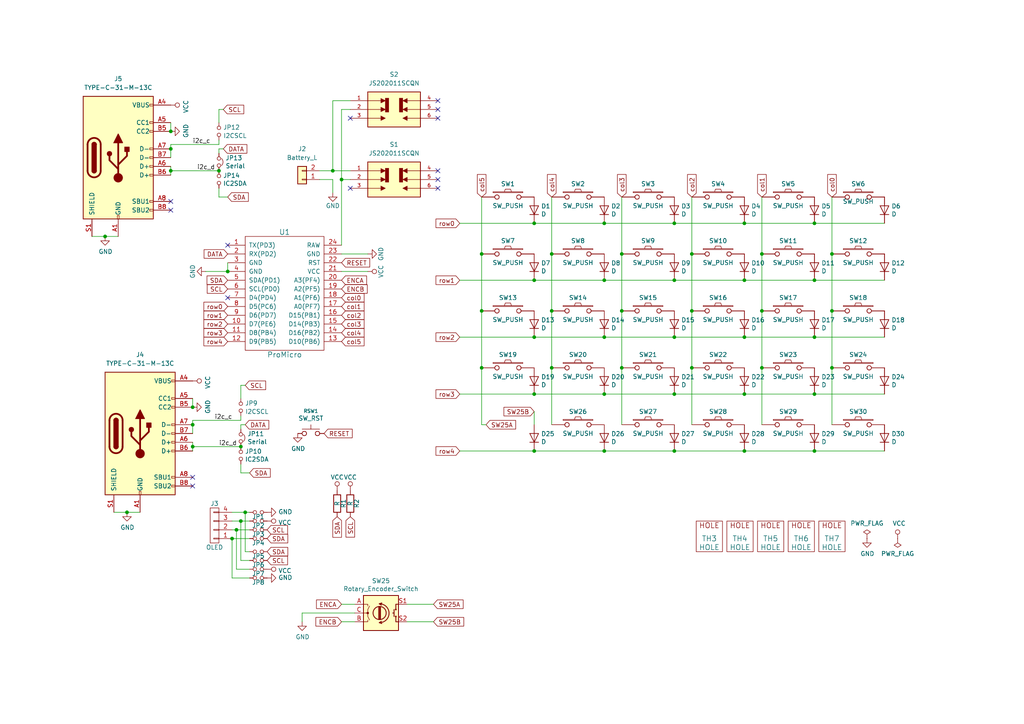
<source format=kicad_sch>
(kicad_sch (version 20250114) (generator "eeschema") (generator_version "9.0")
  (paper "A4")
  (junction (at 55.88 118.11))
  (junction (at 200.66 106.68))
  (junction (at 220.98 73.66))
  (junction (at 241.3 73.66))
  (junction (at 55.88 129.54))
  (junction (at 67.31 156.21))
  (junction (at 63.5 49.53))
  (junction (at 49.53 43.18))
  (junction (at 66.04 78.74))
  (junction (at 154.94 64.77))
  (junction (at 215.9 114.3))
  (junction (at 241.3 90.17))
  (junction (at 30.48 68.58))
  (junction (at 195.58 130.81))
  (junction (at 195.58 97.79))
  (junction (at 154.94 114.3))
  (junction (at 236.22 114.3))
  (junction (at 241.3 106.68))
  (junction (at 71.12 148.59))
  (junction (at 55.88 123.19))
  (junction (at 96.52 49.53))
  (junction (at 236.22 81.28))
  (junction (at 175.26 81.28))
  (junction (at 215.9 97.79))
  (junction (at 195.58 81.28))
  (junction (at 175.26 114.3))
  (junction (at 175.26 64.77))
  (junction (at 175.26 97.79))
  (junction (at 139.7 73.66))
  (junction (at 154.94 81.28))
  (junction (at 215.9 64.77))
  (junction (at 99.06 52.07))
  (junction (at 180.34 73.66))
  (junction (at 49.53 49.53))
  (junction (at 36.83 148.59))
  (junction (at 200.66 90.17))
  (junction (at 220.98 106.68))
  (junction (at 139.7 106.68))
  (junction (at 49.53 38.1))
  (junction (at 154.94 130.81))
  (junction (at 236.22 64.77))
  (junction (at 154.94 97.79))
  (junction (at 195.58 64.77))
  (junction (at 160.02 73.66))
  (junction (at 160.02 106.68))
  (junction (at 195.58 114.3))
  (junction (at 236.22 97.79))
  (junction (at 69.85 151.13))
  (junction (at 69.85 129.54))
  (junction (at 160.02 90.17))
  (junction (at 215.9 81.28))
  (junction (at 139.7 90.17))
  (junction (at 215.9 130.81))
  (junction (at 175.26 130.81))
  (junction (at 180.34 106.68))
  (junction (at 220.98 90.17))
  (junction (at 180.34 90.17))
  (junction (at 68.58 153.67))
  (junction (at 236.22 130.81))
  (junction (at 200.66 73.66))
  (no_connect (at 66.04 71.12))
  (no_connect (at 55.88 140.97))
  (no_connect (at 49.53 60.96))
  (no_connect (at 127 31.75))
  (no_connect (at 127 54.61))
  (no_connect (at 127 49.53))
  (no_connect (at 55.88 138.43))
  (no_connect (at 101.6 34.29))
  (no_connect (at 127 34.29))
  (no_connect (at 66.04 86.36))
  (no_connect (at 127 29.21))
  (no_connect (at 127 52.07))
  (no_connect (at 49.53 58.42))
  (no_connect (at 101.6 54.61))
  (wire (pts (xy 99.06 52.07) (xy 99.06 71.12)))
  (wire (pts (xy 96.52 29.21) (xy 96.52 49.53)))
  (wire (pts (xy 49.53 41.91) (xy 49.53 43.18)))
  (wire (pts (xy 69.85 134.62) (xy 69.85 137.16)))
  (wire (pts (xy 215.9 97.79) (xy 236.22 97.79)))
  (wire (pts (xy 195.58 97.79) (xy 215.9 97.79)))
  (wire (pts (xy 236.22 64.77) (xy 256.54 64.77)))
  (wire (pts (xy 175.26 130.81) (xy 195.58 130.81)))
  (wire (pts (xy 33.02 148.59) (xy 36.83 148.59)))
  (wire (pts (xy 139.7 123.19) (xy 140.97 123.19)))
  (wire (pts (xy 195.58 81.28) (xy 215.9 81.28)))
  (wire (pts (xy 236.22 130.81) (xy 256.54 130.81)))
  (wire (pts (xy 101.6 52.07) (xy 99.06 52.07)))
  (wire (pts (xy 154.94 97.79) (xy 133.35 97.79)))
  (wire (pts (xy 180.34 90.17) (xy 180.34 106.68)))
  (wire (pts (xy 99.06 31.75) (xy 99.06 52.07)))
  (wire (pts (xy 87.63 177.8) (xy 87.63 180.34)))
  (wire (pts (xy 36.83 148.59) (xy 40.64 148.59)))
  (wire (pts (xy 99.06 175.26) (xy 102.87 175.26)))
  (wire (pts (xy 175.26 114.3) (xy 195.58 114.3)))
  (wire (pts (xy 133.35 130.81) (xy 154.94 130.81)))
  (wire (pts (xy 241.3 90.17) (xy 241.3 73.66)))
  (wire (pts (xy 160.02 106.68) (xy 160.02 123.19)))
  (wire (pts (xy 69.85 123.19) (xy 71.12 123.19)))
  (wire (pts (xy 63.5 54.61) (xy 63.5 57.15)))
  (wire (pts (xy 63.5 44.45) (xy 63.5 43.18)))
  (wire (pts (xy 71.12 148.59) (xy 71.12 160.02)))
  (wire (pts (xy 102.87 177.8) (xy 87.63 177.8)))
  (wire (pts (xy 68.58 153.67) (xy 68.58 165.1)))
  (wire (pts (xy 69.85 151.13) (xy 69.85 162.56)))
  (wire (pts (xy 63.5 43.18) (xy 64.77 43.18)))
  (wire (pts (xy 49.53 35.56) (xy 49.53 38.1)))
  (wire (pts (xy 92.71 52.07) (xy 96.52 52.07)))
  (wire (pts (xy 139.7 90.17) (xy 139.7 106.68)))
  (wire (pts (xy 220.98 57.15) (xy 220.98 73.66)))
  (wire (pts (xy 69.85 121.92) (xy 69.85 120.65)))
  (wire (pts (xy 236.22 81.28) (xy 256.54 81.28)))
  (wire (pts (xy 55.88 123.19) (xy 55.88 125.73)))
  (wire (pts (xy 67.31 148.59) (xy 71.12 148.59)))
  (wire (pts (xy 67.31 151.13) (xy 69.85 151.13)))
  (wire (pts (xy 49.53 49.53) (xy 49.53 50.8)))
  (wire (pts (xy 69.85 111.76) (xy 69.85 115.57)))
  (wire (pts (xy 139.7 73.66) (xy 139.7 90.17)))
  (wire (pts (xy 67.31 167.64) (xy 72.39 167.64)))
  (wire (pts (xy 69.85 121.92) (xy 55.88 121.92)))
  (wire (pts (xy 154.94 64.77) (xy 133.35 64.77)))
  (wire (pts (xy 175.26 114.3) (xy 154.94 114.3)))
  (wire (pts (xy 160.02 57.15) (xy 160.02 73.66)))
  (wire (pts (xy 30.48 68.58) (xy 34.29 68.58)))
  (wire (pts (xy 180.34 73.66) (xy 180.34 90.17)))
  (wire (pts (xy 175.26 97.79) (xy 154.94 97.79)))
  (wire (pts (xy 200.66 90.17) (xy 200.66 106.68)))
  (wire (pts (xy 200.66 106.68) (xy 200.66 123.19)))
  (wire (pts (xy 160.02 73.66) (xy 160.02 90.17)))
  (wire (pts (xy 67.31 153.67) (xy 68.58 153.67)))
  (wire (pts (xy 118.11 175.26) (xy 125.73 175.26)))
  (wire (pts (xy 118.11 180.34) (xy 125.73 180.34)))
  (wire (pts (xy 200.66 73.66) (xy 200.66 90.17)))
  (wire (pts (xy 69.85 111.76) (xy 71.12 111.76)))
  (wire (pts (xy 195.58 114.3) (xy 215.9 114.3)))
  (wire (pts (xy 154.94 114.3) (xy 133.35 114.3)))
  (wire (pts (xy 55.88 128.27) (xy 55.88 129.54)))
  (wire (pts (xy 63.5 57.15) (xy 66.04 57.15)))
  (wire (pts (xy 180.34 57.15) (xy 180.34 73.66)))
  (wire (pts (xy 154.94 81.28) (xy 133.35 81.28)))
  (wire (pts (xy 241.3 106.68) (xy 241.3 123.19)))
  (wire (pts (xy 101.6 29.21) (xy 96.52 29.21)))
  (wire (pts (xy 55.88 129.54) (xy 55.88 130.81)))
  (wire (pts (xy 68.58 165.1) (xy 72.39 165.1)))
  (wire (pts (xy 69.85 162.56) (xy 72.39 162.56)))
  (wire (pts (xy 236.22 114.3) (xy 256.54 114.3)))
  (wire (pts (xy 175.26 81.28) (xy 154.94 81.28)))
  (wire (pts (xy 241.3 90.17) (xy 241.3 106.68)))
  (wire (pts (xy 215.9 130.81) (xy 236.22 130.81)))
  (wire (pts (xy 49.53 49.53) (xy 63.5 49.53)))
  (wire (pts (xy 154.94 119.38) (xy 154.94 123.19)))
  (wire (pts (xy 175.26 81.28) (xy 195.58 81.28)))
  (wire (pts (xy 99.06 180.34) (xy 102.87 180.34)))
  (wire (pts (xy 236.22 64.77) (xy 215.9 64.77)))
  (wire (pts (xy 55.88 129.54) (xy 69.85 129.54)))
  (wire (pts (xy 72.39 156.21) (xy 67.31 156.21)))
  (wire (pts (xy 96.52 49.53) (xy 101.6 49.53)))
  (wire (pts (xy 68.58 153.67) (xy 72.39 153.67)))
  (wire (pts (xy 101.6 31.75) (xy 99.06 31.75)))
  (wire (pts (xy 49.53 43.18) (xy 49.53 45.72)))
  (wire (pts (xy 63.5 41.91) (xy 49.53 41.91)))
  (wire (pts (xy 69.85 151.13) (xy 72.39 151.13)))
  (wire (pts (xy 139.7 57.15) (xy 139.7 73.66)))
  (wire (pts (xy 55.88 121.92) (xy 55.88 123.19)))
  (wire (pts (xy 63.5 31.75) (xy 64.77 31.75)))
  (wire (pts (xy 66.04 78.74) (xy 59.69 78.74)))
  (wire (pts (xy 55.88 115.57) (xy 55.88 118.11)))
  (wire (pts (xy 175.26 64.77) (xy 195.58 64.77)))
  (wire (pts (xy 220.98 106.68) (xy 220.98 123.19)))
  (wire (pts (xy 99.06 78.74) (xy 106.68 78.74)))
  (wire (pts (xy 69.85 124.46) (xy 69.85 123.19)))
  (wire (pts (xy 92.71 49.53) (xy 96.52 49.53)))
  (wire (pts (xy 26.67 68.58) (xy 30.48 68.58)))
  (wire (pts (xy 63.5 31.75) (xy 63.5 35.56)))
  (wire (pts (xy 220.98 106.68) (xy 220.98 90.17)))
  (wire (pts (xy 71.12 160.02) (xy 72.39 160.02)))
  (wire (pts (xy 180.34 106.68) (xy 180.34 123.19)))
  (wire (pts (xy 215.9 81.28) (xy 236.22 81.28)))
  (wire (pts (xy 67.31 156.21) (xy 67.31 167.64)))
  (wire (pts (xy 200.66 57.15) (xy 200.66 73.66)))
  (wire (pts (xy 175.26 64.77) (xy 154.94 64.77)))
  (wire (pts (xy 139.7 106.68) (xy 139.7 123.19)))
  (wire (pts (xy 160.02 90.17) (xy 160.02 106.68)))
  (wire (pts (xy 195.58 130.81) (xy 215.9 130.81)))
  (wire (pts (xy 49.53 48.26) (xy 49.53 49.53)))
  (wire (pts (xy 63.5 41.91) (xy 63.5 40.64)))
  (wire (pts (xy 99.06 73.66) (xy 106.68 73.66)))
  (wire (pts (xy 241.3 73.66) (xy 241.3 57.15)))
  (wire (pts (xy 69.85 137.16) (xy 72.39 137.16)))
  (wire (pts (xy 71.12 148.59) (xy 72.39 148.59)))
  (wire (pts (xy 236.22 97.79) (xy 256.54 97.79)))
  (wire (pts (xy 215.9 114.3) (xy 236.22 114.3)))
  (wire (pts (xy 66.04 76.2) (xy 66.04 78.74)))
  (wire (pts (xy 175.26 97.79) (xy 195.58 97.79)))
  (wire (pts (xy 154.94 130.81) (xy 175.26 130.81)))
  (wire (pts (xy 96.52 52.07) (xy 96.52 55.88)))
  (wire (pts (xy 220.98 73.66) (xy 220.98 90.17)))
  (wire (pts (xy 195.58 64.77) (xy 215.9 64.77)))
  (label "i2c_d" (at 57.15 49.53 0))
  (label "i2c_d" (at 63.5 129.54 0))
  (label "i2c_c" (at 55.88 41.91 0))
  (label "i2c_c" (at 62.23 121.92 0))
  (global_label "col1" (shape input) (at 99.06 88.9 0) (property "Intersheetrefs" "${INTERSHEET_REFS}" (effects (hide yes))))
  (global_label "SDA" (shape input) (at 97.79 149.86 270) (property "Intersheetrefs" "${INTERSHEET_REFS}" (effects (hide yes))))
  (global_label "row2" (shape input) (at 66.04 93.98 180) (property "Intersheetrefs" "${INTERSHEET_REFS}" (effects (hide yes))))
  (global_label "col3" (shape input) (at 180.34 57.15 90) (property "Intersheetrefs" "${INTERSHEET_REFS}" (effects (hide yes))))
  (global_label "SCL" (shape input) (at 66.04 83.82 180) (property "Intersheetrefs" "${INTERSHEET_REFS}" (effects (hide yes))))
  (global_label "col0" (shape input) (at 241.3 57.15 90) (property "Intersheetrefs" "${INTERSHEET_REFS}" (effects (hide yes))))
  (global_label "SW25A" (shape input) (at 125.73 175.26 0) (property "Intersheetrefs" "${INTERSHEET_REFS}" (effects (hide yes))))
  (global_label "SDA" (shape input) (at 77.47 160.02 0) (property "Intersheetrefs" "${INTERSHEET_REFS}" (effects (hide yes))))
  (global_label "row4" (shape input) (at 66.04 99.06 180) (property "Intersheetrefs" "${INTERSHEET_REFS}" (effects (hide yes))))
  (global_label "col4" (shape input) (at 160.02 57.15 90) (property "Intersheetrefs" "${INTERSHEET_REFS}" (effects (hide yes))))
  (global_label "SW25A" (shape input) (at 140.97 123.19 0) (property "Intersheetrefs" "${INTERSHEET_REFS}" (effects (hide yes))))
  (global_label "row0" (shape input) (at 133.35 64.77 180) (property "Intersheetrefs" "${INTERSHEET_REFS}" (effects (hide yes))))
  (global_label "ENCB" (shape input) (at 99.06 180.34 180) (property "Intersheetrefs" "${INTERSHEET_REFS}" (effects (hide yes))))
  (global_label "col3" (shape input) (at 99.06 93.98 0) (property "Intersheetrefs" "${INTERSHEET_REFS}" (effects (hide yes))))
  (global_label "col2" (shape input) (at 200.66 57.15 90) (property "Intersheetrefs" "${INTERSHEET_REFS}" (effects (hide yes))))
  (global_label "SW25B" (shape input) (at 154.94 119.38 180) (property "Intersheetrefs" "${INTERSHEET_REFS}" (effects (hide yes))))
  (global_label "DATA" (shape input) (at 71.12 123.19 0) (property "Intersheetrefs" "${INTERSHEET_REFS}" (effects (hide yes))))
  (global_label "col5" (shape input) (at 139.7 57.15 90) (property "Intersheetrefs" "${INTERSHEET_REFS}" (effects (hide yes))))
  (global_label "col1" (shape input) (at 220.98 57.15 90) (property "Intersheetrefs" "${INTERSHEET_REFS}" (effects (hide yes))))
  (global_label "SDA" (shape input) (at 72.39 137.16 0) (property "Intersheetrefs" "${INTERSHEET_REFS}" (effects (hide yes))))
  (global_label "RESET" (shape input) (at 99.06 76.2 0) (property "Intersheetrefs" "${INTERSHEET_REFS}" (effects (hide yes))))
  (global_label "SW25B" (shape input) (at 125.73 180.34 0) (property "Intersheetrefs" "${INTERSHEET_REFS}" (effects (hide yes))))
  (global_label "SCL" (shape input) (at 71.12 111.76 0) (property "Intersheetrefs" "${INTERSHEET_REFS}" (effects (hide yes))))
  (global_label "col5" (shape input) (at 99.06 99.06 0) (property "Intersheetrefs" "${INTERSHEET_REFS}" (effects (hide yes))))
  (global_label "SDA" (shape input) (at 66.04 57.15 0) (property "Intersheetrefs" "${INTERSHEET_REFS}" (effects (hide yes))))
  (global_label "RESET" (shape input) (at 93.98 125.73 0) (property "Intersheetrefs" "${INTERSHEET_REFS}" (effects (hide yes))))
  (global_label "SCL" (shape input) (at 77.47 162.56 0) (property "Intersheetrefs" "${INTERSHEET_REFS}" (effects (hide yes))))
  (global_label "SCL" (shape input) (at 77.47 153.67 0) (property "Intersheetrefs" "${INTERSHEET_REFS}" (effects (hide yes))))
  (global_label "col2" (shape input) (at 99.06 91.44 0) (property "Intersheetrefs" "${INTERSHEET_REFS}" (effects (hide yes))))
  (global_label "row1" (shape input) (at 66.04 91.44 180) (property "Intersheetrefs" "${INTERSHEET_REFS}" (effects (hide yes))))
  (global_label "SCL" (shape input) (at 101.6 149.86 270) (property "Intersheetrefs" "${INTERSHEET_REFS}" (effects (hide yes))))
  (global_label "DATA" (shape input) (at 64.77 43.18 0) (property "Intersheetrefs" "${INTERSHEET_REFS}" (effects (hide yes))))
  (global_label "col0" (shape input) (at 99.06 86.36 0) (property "Intersheetrefs" "${INTERSHEET_REFS}" (effects (hide yes))))
  (global_label "SCL" (shape input) (at 64.77 31.75 0) (property "Intersheetrefs" "${INTERSHEET_REFS}" (effects (hide yes))))
  (global_label "row1" (shape input) (at 133.35 81.28 180) (property "Intersheetrefs" "${INTERSHEET_REFS}" (effects (hide yes))))
  (global_label "row0" (shape input) (at 66.04 88.9 180) (property "Intersheetrefs" "${INTERSHEET_REFS}" (effects (hide yes))))
  (global_label "ENCB" (shape input) (at 99.06 83.82 0) (property "Intersheetrefs" "${INTERSHEET_REFS}" (effects (hide yes))))
  (global_label "row3" (shape input) (at 66.04 96.52 180) (property "Intersheetrefs" "${INTERSHEET_REFS}" (effects (hide yes))))
  (global_label "SDA" (shape input) (at 66.04 81.28 180) (property "Intersheetrefs" "${INTERSHEET_REFS}" (effects (hide yes))))
  (global_label "row2" (shape input) (at 133.35 97.79 180) (property "Intersheetrefs" "${INTERSHEET_REFS}" (effects (hide yes))))
  (global_label "col4" (shape input) (at 99.06 96.52 0) (property "Intersheetrefs" "${INTERSHEET_REFS}" (effects (hide yes))))
  (global_label "row3" (shape input) (at 133.35 114.3 180) (property "Intersheetrefs" "${INTERSHEET_REFS}" (effects (hide yes))))
  (global_label "row4" (shape input) (at 133.35 130.81 180) (property "Intersheetrefs" "${INTERSHEET_REFS}" (effects (hide yes))))
  (global_label "ENCA" (shape input) (at 99.06 175.26 180) (property "Intersheetrefs" "${INTERSHEET_REFS}" (effects (hide yes))))
  (global_label "ENCA" (shape input) (at 99.06 81.28 0) (property "Intersheetrefs" "${INTERSHEET_REFS}" (effects (hide yes))))
  (global_label "SDA" (shape input) (at 77.47 156.21 0) (property "Intersheetrefs" "${INTERSHEET_REFS}" (effects (hide yes))))
  (global_label "DATA" (shape input) (at 66.04 73.66 180) (property "Intersheetrefs" "${INTERSHEET_REFS}" (effects (hide yes))))
  (symbol (lib_id "SofleKeyboard-rescue:ProMicro_2-Lily58-cache-Lily58_Pro-rescue") (at 82.55 85.09 0) (unit 1)
    (property "Reference" "U1" (at 82.55 67.31 0) (effects (font (size 1.524 1.524))))
    (property "Value" "ProMicro" (at 82.55 102.87 0) (effects (font (size 1.524 1.524))))
    (property "Footprint" "SofleKeyboard-footprint:ArduinoProMicro-ZigZag-DoubleSided" (effects (hide yes)))
  )
  (symbol (lib_id "SofleKeyboard-rescue:SW_PUSH-Lily58-cache-Lily58_Pro-rescue") (at 167.64 123.19 0) (unit 1)
    (property "Reference" "SW26" (at 167.64 119.38 0))
    (property "Value" "SW_PUSH" (at 167.64 125.73 0))
    (property "Footprint" "SofleKeyboard-footprint:CherryMX_Hotswap_1.5" (effects (hide yes)))
  )
  (symbol (lib_id "SofleKeyboard-rescue:SW_PUSH-Lily58-cache-Lily58_Pro-rescue") (at 147.32 57.15 0) (unit 1)
    (property "Reference" "SW1" (at 147.32 53.34 0))
    (property "Value" "SW_PUSH" (at 147.32 59.69 0))
    (property "Footprint" "SofleKeyboard-footprint:CherryMX_Hotswap" (effects (hide yes)))
  )
  (symbol (lib_id "SofleKeyboard-rescue:D-Lily58-cache-Lily58_Pro-rescue") (at 154.94 60.96 90) (unit 1)
    (property "Reference" "D1" (at 156.9466 59.7916 90) (effects (justify right)))
    (property "Value" "D" (at 156.9466 62.103 90) (effects (justify right)))
    (property "Footprint" "SofleKeyboard-footprint:Diode_SOD123" (effects (hide yes)))
  )
  (symbol (lib_id "SofleKeyboard-rescue:SW_PUSH-Lily58-cache-Lily58_Pro-rescue") (at 167.64 57.15 0) (unit 1)
    (property "Reference" "SW2" (at 167.64 53.34 0))
    (property "Value" "SW_PUSH" (at 167.64 59.69 0))
    (property "Footprint" "SofleKeyboard-footprint:CherryMX_Hotswap" (effects (hide yes)))
  )
  (symbol (lib_id "SofleKeyboard-rescue:D-Lily58-cache-Lily58_Pro-rescue") (at 175.26 60.96 90) (unit 1)
    (property "Reference" "D2" (at 177.2666 59.7916 90) (effects (justify right)))
    (property "Value" "D" (at 177.2666 62.103 90) (effects (justify right)))
    (property "Footprint" "SofleKeyboard-footprint:Diode_SOD123" (effects (hide yes)))
  )
  (symbol (lib_id "SofleKeyboard-rescue:SW_PUSH-Lily58-cache-Lily58_Pro-rescue") (at 187.96 57.15 0) (unit 1)
    (property "Reference" "SW3" (at 187.96 53.34 0))
    (property "Value" "SW_PUSH" (at 187.96 59.69 0))
    (property "Footprint" "SofleKeyboard-footprint:CherryMX_Hotswap" (effects (hide yes)))
  )
  (symbol (lib_id "SofleKeyboard-rescue:D-Lily58-cache-Lily58_Pro-rescue") (at 195.58 60.96 90) (unit 1)
    (property "Reference" "D3" (at 197.5866 59.7916 90) (effects (justify right)))
    (property "Value" "D" (at 197.5866 62.103 90) (effects (justify right)))
    (property "Footprint" "SofleKeyboard-footprint:Diode_SOD123" (effects (hide yes)))
  )
  (symbol (lib_id "SofleKeyboard-rescue:SW_PUSH-Lily58-cache-Lily58_Pro-rescue") (at 208.28 57.15 0) (unit 1)
    (property "Reference" "SW4" (at 208.28 53.34 0))
    (property "Value" "SW_PUSH" (at 208.28 59.69 0))
    (property "Footprint" "SofleKeyboard-footprint:CherryMX_Hotswap" (effects (hide yes)))
  )
  (symbol (lib_id "SofleKeyboard-rescue:D-Lily58-cache-Lily58_Pro-rescue") (at 215.9 60.96 90) (unit 1)
    (property "Reference" "D4" (at 217.9066 59.7916 90) (effects (justify right)))
    (property "Value" "D" (at 217.9066 62.103 90) (effects (justify right)))
    (property "Footprint" "SofleKeyboard-footprint:Diode_SOD123" (effects (hide yes)))
  )
  (symbol (lib_id "SofleKeyboard-rescue:SW_PUSH-Lily58-cache-Lily58_Pro-rescue") (at 228.6 57.15 0) (unit 1)
    (property "Reference" "SW5" (at 228.6 53.34 0))
    (property "Value" "SW_PUSH" (at 228.6 59.69 0))
    (property "Footprint" "SofleKeyboard-footprint:CherryMX_Hotswap" (effects (hide yes)))
  )
  (symbol (lib_id "SofleKeyboard-rescue:D-Lily58-cache-Lily58_Pro-rescue") (at 236.22 60.96 90) (unit 1)
    (property "Reference" "D5" (at 238.2266 59.7916 90) (effects (justify right)))
    (property "Value" "D" (at 238.2266 62.103 90) (effects (justify right)))
    (property "Footprint" "SofleKeyboard-footprint:Diode_SOD123" (effects (hide yes)))
  )
  (symbol (lib_id "SofleKeyboard-rescue:SW_PUSH-Lily58-cache-Lily58_Pro-rescue") (at 248.92 57.15 0) (unit 1)
    (property "Reference" "SW6" (at 248.92 53.34 0))
    (property "Value" "SW_PUSH" (at 248.92 58.42 0))
    (property "Footprint" "SofleKeyboard-footprint:CherryMX_Hotswap" (effects (hide yes)))
  )
  (symbol (lib_id "SofleKeyboard-rescue:D-Lily58-cache-Lily58_Pro-rescue") (at 256.54 60.96 90) (unit 1)
    (property "Reference" "D6" (at 258.5466 59.7916 90) (effects (justify right)))
    (property "Value" "D" (at 258.5466 62.103 90) (effects (justify right)))
    (property "Footprint" "SofleKeyboard-footprint:Diode_SOD123" (effects (hide yes)))
  )
  (symbol (lib_id "SofleKeyboard-rescue:SW_PUSH-Lily58-cache-Lily58_Pro-rescue") (at 167.64 73.66 0) (unit 1)
    (property "Reference" "SW8" (at 167.64 69.85 0))
    (property "Value" "SW_PUSH" (at 167.64 76.2 0))
    (property "Footprint" "SofleKeyboard-footprint:CherryMX_Hotswap" (effects (hide yes)))
  )
  (symbol (lib_id "SofleKeyboard-rescue:SW_PUSH-Lily58-cache-Lily58_Pro-rescue") (at 187.96 73.66 0) (unit 1)
    (property "Reference" "SW9" (at 187.96 69.85 0))
    (property "Value" "SW_PUSH" (at 187.96 76.2 0))
    (property "Footprint" "SofleKeyboard-footprint:CherryMX_Hotswap" (effects (hide yes)))
  )
  (symbol (lib_id "SofleKeyboard-rescue:SW_PUSH-Lily58-cache-Lily58_Pro-rescue") (at 208.28 73.66 0) (unit 1)
    (property "Reference" "SW10" (at 208.28 69.85 0))
    (property "Value" "SW_PUSH" (at 208.28 76.2 0))
    (property "Footprint" "SofleKeyboard-footprint:CherryMX_Hotswap" (effects (hide yes)))
  )
  (symbol (lib_id "SofleKeyboard-rescue:SW_PUSH-Lily58-cache-Lily58_Pro-rescue") (at 228.6 73.66 0) (unit 1)
    (property "Reference" "SW11" (at 228.6 69.85 0))
    (property "Value" "SW_PUSH" (at 228.6 76.2 0))
    (property "Footprint" "SofleKeyboard-footprint:CherryMX_Hotswap" (effects (hide yes)))
  )
  (symbol (lib_id "SofleKeyboard-rescue:SW_PUSH-Lily58-cache-Lily58_Pro-rescue") (at 248.92 73.66 0) (unit 1)
    (property "Reference" "SW12" (at 248.92 69.85 0))
    (property "Value" "SW_PUSH" (at 248.92 76.2 0))
    (property "Footprint" "SofleKeyboard-footprint:CherryMX_Hotswap" (effects (hide yes)))
  )
  (symbol (lib_id "SofleKeyboard-rescue:SW_PUSH-Lily58-cache-Lily58_Pro-rescue") (at 147.32 73.66 0) (unit 1)
    (property "Reference" "SW7" (at 147.32 69.85 0))
    (property "Value" "SW_PUSH" (at 147.32 76.2 0))
    (property "Footprint" "SofleKeyboard-footprint:CherryMX_Hotswap" (effects (hide yes)))
  )
  (symbol (lib_id "SofleKeyboard-rescue:D-Lily58-cache-Lily58_Pro-rescue") (at 154.94 77.47 90) (unit 1)
    (property "Reference" "D7" (at 156.9466 76.3016 90) (effects (justify right)))
    (property "Value" "D" (at 156.9466 78.613 90) (effects (justify right)))
    (property "Footprint" "SofleKeyboard-footprint:Diode_SOD123" (effects (hide yes)))
  )
  (symbol (lib_id "SofleKeyboard-rescue:D-Lily58-cache-Lily58_Pro-rescue") (at 175.26 77.47 90) (unit 1)
    (property "Reference" "D8" (at 177.2666 76.3016 90) (effects (justify right)))
    (property "Value" "D" (at 177.2666 78.613 90) (effects (justify right)))
    (property "Footprint" "SofleKeyboard-footprint:Diode_SOD123" (effects (hide yes)))
  )
  (symbol (lib_id "SofleKeyboard-rescue:D-Lily58-cache-Lily58_Pro-rescue") (at 195.58 77.47 90) (unit 1)
    (property "Reference" "D9" (at 197.5866 76.3016 90) (effects (justify right)))
    (property "Value" "D" (at 197.5866 78.613 90) (effects (justify right)))
    (property "Footprint" "SofleKeyboard-footprint:Diode_SOD123" (effects (hide yes)))
  )
  (symbol (lib_id "SofleKeyboard-rescue:D-Lily58-cache-Lily58_Pro-rescue") (at 215.9 77.47 90) (unit 1)
    (property "Reference" "D10" (at 217.9066 76.3016 90) (effects (justify right)))
    (property "Value" "D" (at 217.9066 78.613 90) (effects (justify right)))
    (property "Footprint" "SofleKeyboard-footprint:Diode_SOD123" (effects (hide yes)))
  )
  (symbol (lib_id "SofleKeyboard-rescue:D-Lily58-cache-Lily58_Pro-rescue") (at 236.22 77.47 90) (unit 1)
    (property "Reference" "D11" (at 238.2266 76.3016 90) (effects (justify right)))
    (property "Value" "D" (at 238.2266 78.613 90) (effects (justify right)))
    (property "Footprint" "SofleKeyboard-footprint:Diode_SOD123" (effects (hide yes)))
  )
  (symbol (lib_id "SofleKeyboard-rescue:D-Lily58-cache-Lily58_Pro-rescue") (at 256.54 77.47 90) (unit 1)
    (property "Reference" "D12" (at 258.5466 76.3016 90) (effects (justify right)))
    (property "Value" "D" (at 258.5466 78.613 90) (effects (justify right)))
    (property "Footprint" "SofleKeyboard-footprint:Diode_SOD123" (effects (hide yes)))
  )
  (symbol (lib_id "SofleKeyboard-rescue:SW_PUSH-Lily58-cache-Lily58_Pro-rescue") (at 147.32 90.17 0) (unit 1)
    (property "Reference" "SW13" (at 147.32 86.36 0))
    (property "Value" "SW_PUSH" (at 147.32 92.71 0))
    (property "Footprint" "SofleKeyboard-footprint:CherryMX_Hotswap" (effects (hide yes)))
  )
  (symbol (lib_id "SofleKeyboard-rescue:SW_PUSH-Lily58-cache-Lily58_Pro-rescue") (at 167.64 90.17 0) (unit 1)
    (property "Reference" "SW14" (at 167.64 86.36 0))
    (property "Value" "SW_PUSH" (at 167.64 92.71 0))
    (property "Footprint" "SofleKeyboard-footprint:CherryMX_Hotswap" (effects (hide yes)))
  )
  (symbol (lib_id "SofleKeyboard-rescue:SW_PUSH-Lily58-cache-Lily58_Pro-rescue") (at 187.96 90.17 0) (unit 1)
    (property "Reference" "SW15" (at 187.96 86.36 0))
    (property "Value" "SW_PUSH" (at 187.96 92.71 0))
    (property "Footprint" "SofleKeyboard-footprint:CherryMX_Hotswap" (effects (hide yes)))
  )
  (symbol (lib_id "SofleKeyboard-rescue:SW_PUSH-Lily58-cache-Lily58_Pro-rescue") (at 208.28 90.17 0) (unit 1)
    (property "Reference" "SW16" (at 208.28 86.36 0))
    (property "Value" "SW_PUSH" (at 208.28 92.71 0))
    (property "Footprint" "SofleKeyboard-footprint:CherryMX_Hotswap" (effects (hide yes)))
  )
  (symbol (lib_id "SofleKeyboard-rescue:SW_PUSH-Lily58-cache-Lily58_Pro-rescue") (at 228.6 90.17 0) (unit 1)
    (property "Reference" "SW17" (at 228.6 86.36 0))
    (property "Value" "SW_PUSH" (at 228.6 92.71 0))
    (property "Footprint" "SofleKeyboard-footprint:CherryMX_Hotswap" (effects (hide yes)))
  )
  (symbol (lib_id "SofleKeyboard-rescue:SW_PUSH-Lily58-cache-Lily58_Pro-rescue") (at 248.92 90.17 0) (unit 1)
    (property "Reference" "SW18" (at 248.92 86.36 0))
    (property "Value" "SW_PUSH" (at 248.92 92.71 0))
    (property "Footprint" "SofleKeyboard-footprint:CherryMX_Hotswap" (effects (hide yes)))
  )
  (symbol (lib_id "SofleKeyboard-rescue:D-Lily58-cache-Lily58_Pro-rescue") (at 154.94 93.98 90) (unit 1)
    (property "Reference" "D13" (at 156.9466 92.8116 90) (effects (justify right)))
    (property "Value" "D" (at 156.9466 95.123 90) (effects (justify right)))
    (property "Footprint" "SofleKeyboard-footprint:Diode_SOD123" (effects (hide yes)))
  )
  (symbol (lib_id "SofleKeyboard-rescue:D-Lily58-cache-Lily58_Pro-rescue") (at 175.26 93.98 90) (unit 1)
    (property "Reference" "D14" (at 177.2666 92.8116 90) (effects (justify right)))
    (property "Value" "D" (at 177.2666 95.123 90) (effects (justify right)))
    (property "Footprint" "SofleKeyboard-footprint:Diode_SOD123" (effects (hide yes)))
  )
  (symbol (lib_id "SofleKeyboard-rescue:D-Lily58-cache-Lily58_Pro-rescue") (at 195.58 93.98 90) (unit 1)
    (property "Reference" "D15" (at 197.5866 92.8116 90) (effects (justify right)))
    (property "Value" "D" (at 197.5866 95.123 90) (effects (justify right)))
    (property "Footprint" "SofleKeyboard-footprint:Diode_SOD123" (effects (hide yes)))
  )
  (symbol (lib_id "SofleKeyboard-rescue:D-Lily58-cache-Lily58_Pro-rescue") (at 215.9 93.98 90) (unit 1)
    (property "Reference" "D16" (at 217.9066 92.8116 90) (effects (justify right)))
    (property "Value" "D" (at 217.9066 95.123 90) (effects (justify right)))
    (property "Footprint" "SofleKeyboard-footprint:Diode_SOD123" (effects (hide yes)))
  )
  (symbol (lib_id "SofleKeyboard-rescue:D-Lily58-cache-Lily58_Pro-rescue") (at 236.22 93.98 90) (unit 1)
    (property "Reference" "D17" (at 238.2266 92.8116 90) (effects (justify right)))
    (property "Value" "D" (at 238.2266 95.123 90) (effects (justify right)))
    (property "Footprint" "SofleKeyboard-footprint:Diode_SOD123" (effects (hide yes)))
  )
  (symbol (lib_id "SofleKeyboard-rescue:D-Lily58-cache-Lily58_Pro-rescue") (at 256.54 93.98 90) (unit 1)
    (property "Reference" "D18" (at 258.5466 92.8116 90) (effects (justify right)))
    (property "Value" "D" (at 258.5466 95.123 90) (effects (justify right)))
    (property "Footprint" "SofleKeyboard-footprint:Diode_SOD123" (effects (hide yes)))
  )
  (symbol (lib_id "SofleKeyboard-rescue:SW_PUSH-Lily58-cache-Lily58_Pro-rescue") (at 187.96 106.68 0) (unit 1)
    (property "Reference" "SW21" (at 187.96 102.87 0))
    (property "Value" "SW_PUSH" (at 187.96 109.22 0))
    (property "Footprint" "SofleKeyboard-footprint:CherryMX_Hotswap" (effects (hide yes)))
  )
  (symbol (lib_id "SofleKeyboard-rescue:SW_PUSH-Lily58-cache-Lily58_Pro-rescue") (at 208.28 106.68 0) (unit 1)
    (property "Reference" "SW22" (at 208.28 102.87 0))
    (property "Value" "SW_PUSH" (at 208.28 109.22 0))
    (property "Footprint" "SofleKeyboard-footprint:CherryMX_Hotswap" (effects (hide yes)))
  )
  (symbol (lib_id "SofleKeyboard-rescue:SW_PUSH-Lily58-cache-Lily58_Pro-rescue") (at 228.6 106.68 0) (unit 1)
    (property "Reference" "SW23" (at 228.6 102.87 0))
    (property "Value" "SW_PUSH" (at 228.6 109.22 0))
    (property "Footprint" "SofleKeyboard-footprint:CherryMX_Hotswap" (effects (hide yes)))
  )
  (symbol (lib_id "SofleKeyboard-rescue:SW_PUSH-Lily58-cache-Lily58_Pro-rescue") (at 248.92 106.68 0) (unit 1)
    (property "Reference" "SW24" (at 248.92 102.87 0))
    (property "Value" "SW_PUSH" (at 248.92 109.22 0))
    (property "Footprint" "SofleKeyboard-footprint:CherryMX_Hotswap" (effects (hide yes)))
  )
  (symbol (lib_id "SofleKeyboard-rescue:SW_PUSH-Lily58-cache-Lily58_Pro-rescue") (at 167.64 106.68 0) (unit 1)
    (property "Reference" "SW20" (at 167.64 102.87 0))
    (property "Value" "SW_PUSH" (at 167.64 109.22 0))
    (property "Footprint" "SofleKeyboard-footprint:CherryMX_Hotswap" (effects (hide yes)))
  )
  (symbol (lib_id "SofleKeyboard-rescue:SW_PUSH-Lily58-cache-Lily58_Pro-rescue") (at 147.32 106.68 0) (unit 1)
    (property "Reference" "SW19" (at 147.32 102.87 0))
    (property "Value" "SW_PUSH" (at 147.32 109.22 0))
    (property "Footprint" "SofleKeyboard-footprint:CherryMX_Hotswap" (effects (hide yes)))
  )
  (symbol (lib_id "SofleKeyboard-rescue:D-Lily58-cache-Lily58_Pro-rescue") (at 154.94 110.49 90) (unit 1)
    (property "Reference" "D19" (at 156.9466 109.3216 90) (effects (justify right)))
    (property "Value" "D" (at 156.9466 111.633 90) (effects (justify right)))
    (property "Footprint" "SofleKeyboard-footprint:Diode_SOD123" (effects (hide yes)))
  )
  (symbol (lib_id "SofleKeyboard-rescue:D-Lily58-cache-Lily58_Pro-rescue") (at 175.26 110.49 90) (unit 1)
    (property "Reference" "D20" (at 177.2666 109.3216 90) (effects (justify right)))
    (property "Value" "D" (at 177.2666 111.633 90) (effects (justify right)))
    (property "Footprint" "SofleKeyboard-footprint:Diode_SOD123" (effects (hide yes)))
  )
  (symbol (lib_id "SofleKeyboard-rescue:D-Lily58-cache-Lily58_Pro-rescue") (at 195.58 110.49 90) (unit 1)
    (property "Reference" "D21" (at 197.5866 109.3216 90) (effects (justify right)))
    (property "Value" "D" (at 197.5866 111.633 90) (effects (justify right)))
    (property "Footprint" "SofleKeyboard-footprint:Diode_SOD123" (effects (hide yes)))
  )
  (symbol (lib_id "SofleKeyboard-rescue:D-Lily58-cache-Lily58_Pro-rescue") (at 215.9 110.49 90) (unit 1)
    (property "Reference" "D22" (at 217.9066 109.3216 90) (effects (justify right)))
    (property "Value" "D" (at 217.9066 111.633 90) (effects (justify right)))
    (property "Footprint" "SofleKeyboard-footprint:Diode_SOD123" (effects (hide yes)))
  )
  (symbol (lib_id "SofleKeyboard-rescue:D-Lily58-cache-Lily58_Pro-rescue") (at 236.22 110.49 90) (unit 1)
    (property "Reference" "D23" (at 238.2266 109.3216 90) (effects (justify right)))
    (property "Value" "D" (at 238.2266 111.633 90) (effects (justify right)))
    (property "Footprint" "SofleKeyboard-footprint:Diode_SOD123" (effects (hide yes)))
  )
  (symbol (lib_id "SofleKeyboard-rescue:D-Lily58-cache-Lily58_Pro-rescue") (at 256.54 110.49 90) (unit 1)
    (property "Reference" "D24" (at 258.5466 109.3216 90) (effects (justify right)))
    (property "Value" "D" (at 258.5466 111.633 90) (effects (justify right)))
    (property "Footprint" "SofleKeyboard-footprint:Diode_SOD123" (effects (hide yes)))
  )
  (symbol (lib_id "SofleKeyboard-rescue:SW_PUSH-Lily58-cache-Lily58_Pro-rescue") (at 187.96 123.19 0) (unit 1)
    (property "Reference" "SW27" (at 187.96 119.38 0))
    (property "Value" "SW_PUSH" (at 187.96 125.73 0))
    (property "Footprint" "SofleKeyboard-footprint:CherryMX_Hotswap" (effects (hide yes)))
  )
  (symbol (lib_id "SofleKeyboard-rescue:SW_PUSH-Lily58-cache-Lily58_Pro-rescue") (at 208.28 123.19 0) (unit 1)
    (property "Reference" "SW28" (at 208.28 119.38 0))
    (property "Value" "SW_PUSH" (at 208.28 125.73 0))
    (property "Footprint" "SofleKeyboard-footprint:CherryMX_Hotswap" (effects (hide yes)))
  )
  (symbol (lib_id "SofleKeyboard-rescue:SW_PUSH-Lily58-cache-Lily58_Pro-rescue") (at 228.6 123.19 0) (unit 1)
    (property "Reference" "SW29" (at 228.6 119.38 0))
    (property "Value" "SW_PUSH" (at 228.6 125.73 0))
    (property "Footprint" "SofleKeyboard-footprint:CherryMX_Hotswap" (effects (hide yes)))
  )
  (symbol (lib_id "SofleKeyboard-rescue:D-Lily58-cache-Lily58_Pro-rescue") (at 154.94 127 90) (unit 1)
    (property "Reference" "D25" (at 156.9466 125.8316 90) (effects (justify right)))
    (property "Value" "D" (at 156.9466 128.143 90) (effects (justify right)))
    (property "Footprint" "SofleKeyboard-footprint:Diode_SOD123" (effects (hide yes)))
  )
  (symbol (lib_id "SofleKeyboard-rescue:D-Lily58-cache-Lily58_Pro-rescue") (at 175.26 127 90) (unit 1)
    (property "Reference" "D26" (at 177.2666 125.8316 90) (effects (justify right)))
    (property "Value" "D" (at 177.2666 128.143 90) (effects (justify right)))
    (property "Footprint" "SofleKeyboard-footprint:Diode_SOD123" (effects (hide yes)))
  )
  (symbol (lib_id "SofleKeyboard-rescue:D-Lily58-cache-Lily58_Pro-rescue") (at 195.58 127 90) (unit 1)
    (property "Reference" "D27" (at 197.5866 125.8316 90) (effects (justify right)))
    (property "Value" "D" (at 197.5866 128.143 90) (effects (justify right)))
    (property "Footprint" "SofleKeyboard-footprint:Diode_SOD123" (effects (hide yes)))
  )
  (symbol (lib_id "SofleKeyboard-rescue:D-Lily58-cache-Lily58_Pro-rescue") (at 215.9 127 90) (unit 1)
    (property "Reference" "D28" (at 217.9066 125.8316 90) (effects (justify right)))
    (property "Value" "D" (at 217.9066 128.143 90) (effects (justify right)))
    (property "Footprint" "SofleKeyboard-footprint:Diode_SOD123" (effects (hide yes)))
  )
  (symbol (lib_id "SofleKeyboard-rescue:D-Lily58-cache-Lily58_Pro-rescue") (at 236.22 127 90) (unit 1)
    (property "Reference" "D29" (at 238.2266 125.8316 90) (effects (justify right)))
    (property "Value" "D" (at 238.2266 128.143 90) (effects (justify right)))
    (property "Footprint" "SofleKeyboard-footprint:Diode_SOD123" (effects (hide yes)))
  )
  (symbol (lib_id "SofleKeyboard-rescue:VCC-Lily58-cache-Lily58_Pro-rescue") (at 106.68 78.74 270) (unit 1)
    (property "Reference" "#PWR04" (effects (hide yes)))
    (property "Value" "VCC" (at 110.49 78.74 0))
  )
  (symbol (lib_id "SofleKeyboard-rescue:VCC-Lily58-cache-Lily58_Pro-rescue") (at 97.79 142.24 0) (unit 1)
    (property "Reference" "#PWR05" (effects (hide yes)))
    (property "Value" "VCC" (at 97.79 138.43 0))
  )
  (symbol (lib_id "SofleKeyboard-rescue:VCC-Lily58-cache-Lily58_Pro-rescue") (at 101.6 142.24 0) (unit 1)
    (property "Reference" "#PWR06" (effects (hide yes)))
    (property "Value" "VCC" (at 101.6 138.43 0))
  )
  (symbol (lib_id "SofleKeyboard-rescue:R-Lily58-cache-Lily58_Pro-rescue") (at 97.79 146.05 0) (unit 1)
    (property "Reference" "R1" (at 100.33 146.05 90) (effects (justify bottom)))
    (property "Value" "R" (at 97.79 146.05 90))
    (property "Footprint" "SofleKeyboard-footprint:R_1206_DoubleSided" (effects (hide yes)))
  )
  (symbol (lib_id "SofleKeyboard-rescue:R-Lily58-cache-Lily58_Pro-rescue") (at 101.6 146.05 0) (unit 1)
    (property "Reference" "R2" (at 104.14 146.05 90) (effects (justify bottom)))
    (property "Value" "R" (at 101.6 146.05 90))
    (property "Footprint" "SofleKeyboard-footprint:R_1206_DoubleSided" (effects (hide yes)))
  )
  (symbol (lib_id "SofleKeyboard-rescue:GND-Lily58-cache-Lily58_Pro-rescue") (at 86.36 125.73 0) (unit 1)
    (property "Reference" "#PWR010" (effects (hide yes)))
    (property "Value" "GND" (at 86.487 130.1242 0))
  )
  (symbol (lib_id "SofleKeyboard-rescue:PWR_FLAG-Lily58-cache-Lily58_Pro-rescue") (at 251.46 156.21 0) (unit 1)
    (property "Reference" "#FLG01" (effects (hide yes)))
    (property "Value" "PWR_FLAG" (at 251.46 151.7904 0))
  )
  (symbol (lib_id "SofleKeyboard-rescue:GND-Lily58-cache-Lily58_Pro-rescue") (at 251.46 156.21 0) (unit 1)
    (property "Reference" "#PWR012" (effects (hide yes)))
    (property "Value" "GND" (at 251.587 160.6042 0))
  )
  (symbol (lib_id "SofleKeyboard-rescue:VCC-Lily58-cache-Lily58_Pro-rescue") (at 260.35 156.21 0) (unit 1)
    (property "Reference" "#PWR013" (effects (hide yes)))
    (property "Value" "VCC" (at 260.7818 151.8158 0))
  )
  (symbol (lib_id "SofleKeyboard-rescue:PWR_FLAG-Lily58-cache-Lily58_Pro-rescue") (at 260.35 156.21 180) (unit 1)
    (property "Reference" "#FLG02" (effects (hide yes)))
    (property "Value" "PWR_FLAG" (at 260.35 160.6042 0))
  )
  (symbol (lib_id "SofleKeyboard-rescue:HOLE-Lily58-cache-Lily58_Pro-rescue") (at 214.63 156.21 0) (unit 1)
    (property "Reference" "TH4" (at 214.63 156.21 0) (effects (font (size 1.524 1.524))))
    (property "Value" "HOLE" (at 214.63 158.75 0) (effects (font (size 1.524 1.524))))
    (property "Footprint" "SofleKeyboard-footprint:HOLE_M2_TH" (effects (hide yes)))
  )
  (symbol (lib_id "SofleKeyboard-rescue:HOLE-Lily58-cache-Lily58_Pro-rescue") (at 223.52 156.21 0) (unit 1)
    (property "Reference" "TH5" (at 223.52 156.21 0) (effects (font (size 1.524 1.524))))
    (property "Value" "HOLE" (at 223.52 158.75 0) (effects (font (size 1.524 1.524))))
    (property "Footprint" "SofleKeyboard-footprint:HOLE_M2_TH" (effects (hide yes)))
  )
  (symbol (lib_id "SofleKeyboard-rescue:HOLE-Lily58-cache-Lily58_Pro-rescue") (at 232.41 156.21 0) (unit 1)
    (property "Reference" "TH6" (at 232.41 156.21 0) (effects (font (size 1.524 1.524))))
    (property "Value" "HOLE" (at 232.41 158.75 0) (effects (font (size 1.524 1.524))))
    (property "Footprint" "SofleKeyboard-footprint:HOLE_M2_TH" (effects (hide yes)))
  )
  (symbol (lib_id "SofleKeyboard-rescue:HOLE-Lily58-cache-Lily58_Pro-rescue") (at 241.3 156.21 0) (unit 1)
    (property "Reference" "TH7" (at 241.3 156.21 0) (effects (font (size 1.524 1.524))))
    (property "Value" "HOLE" (at 241.3 158.75 0) (effects (font (size 1.524 1.524))))
    (property "Footprint" "SofleKeyboard-footprint:HOLE_M2_TH" (effects (hide yes)))
  )
  (symbol (lib_id "SofleKeyboard-rescue:HOLE-Lily58-cache-Lily58_Pro-rescue") (at 205.74 156.21 0) (unit 1)
    (property "Reference" "TH3" (at 205.74 156.21 0) (effects (font (size 1.524 1.524))))
    (property "Value" "HOLE" (at 205.74 158.75 0) (effects (font (size 1.524 1.524))))
    (property "Footprint" "SofleKeyboard-footprint:HOLE_M2_TH" (effects (hide yes)))
  )
  (symbol (lib_id "SofleKeyboard-rescue:GND-Lily58-cache-Lily58_Pro-rescue") (at 106.68 73.66 90) (unit 1)
    (property "Reference" "#PWR0101" (effects (hide yes)))
    (property "Value" "GND" (at 110.49 73.66 0))
  )
  (symbol (lib_id "SofleKeyboard-rescue:GND-Lily58-cache-Lily58_Pro-rescue") (at 59.69 78.74 270) (unit 1)
    (property "Reference" "#PWR0102" (effects (hide yes)))
    (property "Value" "GND" (at 55.88 78.74 0))
  )
  (symbol (lib_id "SofleKeyboard-rescue:SW_RST-Lily58-cache-Lily58_Pro-rescue") (at 90.17 125.73 0) (unit 1)
    (property "Reference" "RSW1" (at 90.17 119.2276 0) (effects (font (size 1.016 1.016))))
    (property "Value" "SW_RST" (at 90.17 121.3358 0))
    (property "Footprint" "SofleKeyboard-footprint:TACT_SWITCH_TVBP06" (effects (hide yes)))
  )
  (symbol (lib_id "SofleKeyboard-rescue:GND-power") (at 36.83 148.59 0) (unit 1)
    (property "Reference" "#PWR02" (effects (hide yes)))
    (property "Value" "GND" (at 36.957 152.9842 0))
  )
  (symbol (lib_id "SofleKeyboard-rescue:VCC-power") (at 55.88 110.49 270) (unit 1)
    (property "Reference" "#PWR01" (effects (hide yes)))
    (property "Value" "VCC" (at 60.2742 110.9218 0))
  )
  (symbol (lib_id "SofleKeyboard-rescue:OLED-Lily58-cache-Lily58_Pro-rescue") (at 62.23 152.4 180) (unit 1)
    (property "Reference" "J3" (at 62.23 146.05 0))
    (property "Value" "OLED" (at 62.23 158.75 0))
    (property "Footprint" "SofleKeyboard-footprint:OLED_4Pin" (effects (hide yes)))
  )
  (symbol (lib_id "SofleKeyboard-rescue:Jumper_NO_Small-Device") (at 74.93 148.59 0) (unit 1)
    (property "Reference" "JP1" (at 74.93 149.86 0))
    (property "Value" "Jumper_NO_Small" (effects (hide yes)))
    (property "Footprint" "SofleKeyboard-footprint:Jumper" (effects (hide yes)))
  )
  (symbol (lib_id "SofleKeyboard-rescue:Jumper_NO_Small-Device") (at 74.93 151.13 0) (unit 1)
    (property "Reference" "JP2" (at 74.93 152.4 0))
    (property "Value" "Jumper_NO_Small" (effects (hide yes)))
    (property "Footprint" "SofleKeyboard-footprint:Jumper" (effects (hide yes)))
  )
  (symbol (lib_id "SofleKeyboard-rescue:Jumper_NO_Small-Device") (at 74.93 153.67 0) (unit 1)
    (property "Reference" "JP3" (at 74.93 154.94 0))
    (property "Value" "Jumper_NO_Small" (effects (hide yes)))
    (property "Footprint" "SofleKeyboard-footprint:Jumper" (effects (hide yes)))
  )
  (symbol (lib_id "SofleKeyboard-rescue:Jumper_NO_Small-Device") (at 74.93 156.21 0) (unit 1)
    (property "Reference" "JP4" (at 74.93 157.48 0))
    (property "Value" "Jumper_NO_Small" (effects (hide yes)))
    (property "Footprint" "SofleKeyboard-footprint:Jumper" (effects (hide yes)))
  )
  (symbol (lib_id "SofleKeyboard-rescue:Jumper_NO_Small-Device") (at 74.93 160.02 0) (unit 1)
    (property "Reference" "JP5" (at 74.93 161.29 0))
    (property "Value" "Jumper_NO_Small" (effects (hide yes)))
    (property "Footprint" "SofleKeyboard-footprint:Jumper" (effects (hide yes)))
  )
  (symbol (lib_id "SofleKeyboard-rescue:Jumper_NO_Small-Device") (at 74.93 162.56 0) (unit 1)
    (property "Reference" "JP6" (at 74.93 163.83 0))
    (property "Value" "Jumper_NO_Small" (effects (hide yes)))
    (property "Footprint" "SofleKeyboard-footprint:Jumper" (effects (hide yes)))
  )
  (symbol (lib_id "SofleKeyboard-rescue:Jumper_NO_Small-Device") (at 74.93 165.1 0) (unit 1)
    (property "Reference" "JP7" (at 74.93 166.37 0))
    (property "Value" "Jumper_NO_Small" (effects (hide yes)))
    (property "Footprint" "SofleKeyboard-footprint:Jumper" (effects (hide yes)))
  )
  (symbol (lib_id "SofleKeyboard-rescue:Jumper_NO_Small-Device") (at 74.93 167.64 0) (unit 1)
    (property "Reference" "JP8" (at 74.93 168.91 0))
    (property "Value" "Jumper_NO_Small" (effects (hide yes)))
    (property "Footprint" "SofleKeyboard-footprint:Jumper" (effects (hide yes)))
  )
  (symbol (lib_id "SofleKeyboard-rescue:GND-power") (at 77.47 148.59 90) (unit 1)
    (property "Reference" "#PWR03" (effects (hide yes)))
    (property "Value" "GND" (at 80.7212 148.463 90) (effects (justify right)))
  )
  (symbol (lib_id "SofleKeyboard-rescue:VCC-power") (at 77.47 151.13 270) (unit 1)
    (property "Reference" "#PWR09" (effects (hide yes)))
    (property "Value" "VCC" (at 80.7212 151.5618 90) (effects (justify left)))
  )
  (symbol (lib_id "SofleKeyboard-rescue:GND-power") (at 77.47 167.64 90) (unit 1)
    (property "Reference" "#PWR014" (effects (hide yes)))
    (property "Value" "GND" (at 80.7212 167.513 90) (effects (justify right)))
  )
  (symbol (lib_id "SofleKeyboard-rescue:VCC-power") (at 77.47 165.1 270) (unit 1)
    (property "Reference" "#PWR011" (effects (hide yes)))
    (property "Value" "VCC" (at 80.7212 165.5318 90) (effects (justify left)))
  )
  (symbol (lib_id "SofleKeyboard-rescue:SW_PUSH-Lily58-cache-Lily58_Pro-rescue") (at 248.92 123.19 0) (unit 1)
    (property "Reference" "SW30" (at 248.92 119.38 0))
    (property "Value" "SW_PUSH" (at 248.92 125.73 0))
    (property "Footprint" "SofleKeyboard-footprint:CherryMX_Hotswap" (effects (hide yes)))
  )
  (symbol (lib_id "SofleKeyboard-rescue:D-Lily58-cache-Lily58_Pro-rescue") (at 256.54 127 90) (unit 1)
    (property "Reference" "D30" (at 258.5466 125.8316 90) (effects (justify right)))
    (property "Value" "D" (at 258.5466 128.143 90) (effects (justify right)))
    (property "Footprint" "SofleKeyboard-footprint:Diode_SOD123" (effects (hide yes)))
  )
  (symbol (lib_id "SofleKeyboard-rescue:Rotary_Encoder_Switch-Device") (at 110.49 177.8 0) (unit 1)
    (property "Reference" "SW25" (at 110.49 168.4782 0))
    (property "Value" "Rotary_Encoder_Switch" (at 110.49 170.7896 0))
    (property "Footprint" "SofleKeyboard-footprint:RotaryEncoder_Alps_EC11E-Switch_Vertical_H20mm-keebio_modified" (effects (hide yes)))
  )
  (symbol (lib_id "SofleKeyboard-rescue:GND-power") (at 87.63 180.34 0) (unit 1)
    (property "Reference" "#PWR0103" (effects (hide yes)))
    (property "Value" "GND" (at 87.757 184.7342 0))
  )
  (symbol (lib_id "SofleKeyboard-rescue:Jumper_NO_Small-Device") (at 69.85 118.11 270) (unit 1)
    (property "Reference" "JP9" (at 71.0692 116.9416 90) (effects (justify left)))
    (property "Value" "I2CSCL" (at 71.12 119.38 90) (effects (justify left)))
    (property "Footprint" "Jumper:SolderJumper-2_P1.3mm_Open_TrianglePad1.0x1.5mm" (effects (hide yes)))
  )
  (symbol (lib_id "SofleKeyboard-rescue:Jumper_NO_Small-Device") (at 69.85 132.08 270) (unit 1)
    (property "Reference" "JP10" (at 71.0692 130.9116 90) (effects (justify left)))
    (property "Value" "IC2SDA" (at 71.0692 133.223 90) (effects (justify left)))
    (property "Footprint" "Jumper:SolderJumper-2_P1.3mm_Open_TrianglePad1.0x1.5mm" (effects (hide yes)))
  )
  (symbol (lib_id "SofleKeyboard-rescue:Jumper_NC_Small-Device") (at 69.85 127 270) (unit 1)
    (property "Reference" "JP11" (at 71.755 125.8316 90) (effects (justify left)))
    (property "Value" "Serial" (at 71.755 128.143 90) (effects (justify left)))
    (property "Footprint" "Jumper:SolderJumper-2_P1.3mm_Bridged2Bar_Pad1.0x1.5mm" (effects (hide yes)))
  )
  (symbol (lib_id "SofleKeyboard-rescue:GND-power") (at 49.53 38.1 90) (unit 1)
    (property "Reference" "#PWR018" (effects (hide yes)))
    (property "Value" "GND" (at 53.9242 37.973 0))
  )
  (symbol (lib_id "SofleKeyboard-rescue:Jumper_NO_Small-Device") (at 63.5 38.1 270) (unit 1)
    (property "Reference" "JP12" (at 64.7192 36.9316 90) (effects (justify left)))
    (property "Value" "I2CSCL" (at 64.77 39.37 90) (effects (justify left)))
    (property "Footprint" "Jumper:SolderJumper-2_P1.3mm_Open_TrianglePad1.0x1.5mm" (effects (hide yes)))
  )
  (symbol (lib_id "Connector:USB_C_Receptacle_USB2.0") (at 40.64 125.73 0) (unit 1)
    (property "Reference" "J4" (at 40.64 102.87 0))
    (property "Value" "TYPE-C-31-M-13C" (at 40.64 105.41 0))
    (property "Footprint" "TypeC:TYPE-C-31-M-13C" (effects (hide yes)))
    (property "Datasheet" "https://www.usb.org/sites/default/files/documents/usb_type-c.zip" (effects (hide yes)))
    (property "JLCPCB Part #" "C2848620" (effects (hide yes)))
  )
  (symbol (lib_id "JS202011SCQN:JS202011SCQN") (at 114.3 31.75 0) (unit 1)
    (property "Reference" "S2" (at 114.3 21.59 0))
    (property "Value" "JS202011SCQN" (at 114.3 24.13 0))
    (property "Footprint" "S1:SW_JS202011SCQN" (effects (hide yes)))
    (property "MF" "C&K" (effects (hide yes)))
    (property "MAXIMUM_PACKAGE_HEIGHT" "5.5 mm" (effects (hide yes)))
    (property "Package" "None" (effects (hide yes)))
    (property "Price" "None" (effects (hide yes)))
    (property "Check_prices" "https://www.snapeda.com/parts/JS202011SCQN/C%2526K/view-part/?ref=eda" (effects (hide yes)))
    (property "STANDARD" "Manufacturer Recommendations" (effects (hide yes)))
    (property "PARTREV" "26 May 22" (effects (hide yes)))
    (property "SnapEDA_Link" "https://www.snapeda.com/parts/JS202011SCQN/C%2526K/view-part/?ref=snap" (effects (hide yes)))
    (property "MP" "JS202011SCQN" (effects (hide yes)))
    (property "Description_1" "Slide Switch DPDT Surface Mount" (effects (hide yes)))
    (property "MANUFACTURER" "C&K" (effects (hide yes)))
    (property "Availability" "In Stock" (effects (hide yes)))
    (property "SNAPEDA_PN" "JS202011SCQN" (effects (hide yes)))
  )
  (symbol (lib_id "JS202011SCQN:JS202011SCQN") (at 114.3 52.07 0) (unit 1)
    (property "Reference" "S1" (at 114.3 41.91 0))
    (property "Value" "JS202011SCQN" (at 114.3 44.45 0))
    (property "Footprint" "S1:SW_JS202011SCQN" (effects (hide yes)))
    (property "MF" "C&K" (effects (hide yes)))
    (property "MAXIMUM_PACKAGE_HEIGHT" "5.5 mm" (effects (hide yes)))
    (property "Package" "None" (effects (hide yes)))
    (property "Price" "None" (effects (hide yes)))
    (property "Check_prices" "https://www.snapeda.com/parts/JS202011SCQN/C%2526K/view-part/?ref=eda" (effects (hide yes)))
    (property "STANDARD" "Manufacturer Recommendations" (effects (hide yes)))
    (property "PARTREV" "26 May 22" (effects (hide yes)))
    (property "SnapEDA_Link" "https://www.snapeda.com/parts/JS202011SCQN/C%2526K/view-part/?ref=snap" (effects (hide yes)))
    (property "MP" "JS202011SCQN" (effects (hide yes)))
    (property "Description_1" "Slide Switch DPDT Surface Mount" (effects (hide yes)))
    (property "MANUFACTURER" "C&K" (effects (hide yes)))
    (property "Availability" "In Stock" (effects (hide yes)))
    (property "SNAPEDA_PN" "JS202011SCQN" (effects (hide yes)))
  )
  (symbol (lib_id "SofleKeyboard-rescue:Jumper_NO_Small-Device") (at 63.5 52.07 270) (unit 1)
    (property "Reference" "JP14" (at 64.7192 50.9016 90) (effects (justify left)))
    (property "Value" "IC2SDA" (at 64.7192 53.213 90) (effects (justify left)))
    (property "Footprint" "Jumper:SolderJumper-2_P1.3mm_Open_TrianglePad1.0x1.5mm" (effects (hide yes)))
  )
  (symbol (lib_id "SofleKeyboard-rescue:GND-power") (at 30.48 68.58 0) (unit 1)
    (property "Reference" "#PWR016" (effects (hide yes)))
    (property "Value" "GND" (at 30.607 72.9742 0))
  )
  (symbol (lib_id "Connector:USB_C_Receptacle_USB2.0") (at 34.29 45.72 0) (unit 1)
    (property "Reference" "J5" (at 34.29 22.86 0))
    (property "Value" "TYPE-C-31-M-13C" (at 34.29 25.4 0))
    (property "Footprint" "TypeC:TYPE-C-31-M-13C" (effects (hide yes)))
    (property "Datasheet" "https://www.usb.org/sites/default/files/documents/usb_type-c.zip" (effects (hide yes)))
    (property "JLCPCB Part #" "C2848620" (effects (hide yes)))
  )
  (symbol (lib_id "SofleKeyboard-rescue:GND-Lily58-cache-Lily58_Pro-rescue") (at 96.52 55.88 0) (unit 1)
    (property "Reference" "#PWR0104" (effects (hide yes)))
    (property "Value" "GND" (at 96.52 59.69 0))
  )
  (symbol (lib_id "SofleKeyboard-rescue:Jumper_NC_Small-Device") (at 63.5 46.99 270) (unit 1)
    (property "Reference" "JP13" (at 65.405 45.8216 90) (effects (justify left)))
    (property "Value" "Serial" (at 65.405 48.133 90) (effects (justify left)))
    (property "Footprint" "Jumper:SolderJumper-2_P1.3mm_Bridged2Bar_Pad1.0x1.5mm" (effects (hide yes)))
  )
  (symbol (lib_id "SofleKeyboard-rescue:VCC-power") (at 49.53 30.48 270) (unit 1)
    (property "Reference" "#PWR017" (effects (hide yes)))
    (property "Value" "VCC" (at 53.9242 30.9118 0))
  )
  (symbol (lib_id "Connector_Generic:Conn_01x02_Battery_LR") (at 87.63 52.07 180) (unit 1)
    (property "Reference" "J2" (at 87.63 43.18 0))
    (property "Value" "Battery_L" (at 87.63 45.72 0))
    (property "Footprint" "S1:PinHeader_1x02_P2.54mm_Vertical" (effects (hide yes)))
  )
  (symbol (lib_id "SofleKeyboard-rescue:GND-power") (at 55.88 118.11 90) (unit 1)
    (property "Reference" "#PWR015" (effects (hide yes)))
    (property "Value" "GND" (at 60.2742 117.983 0))
  )
)
</source>
